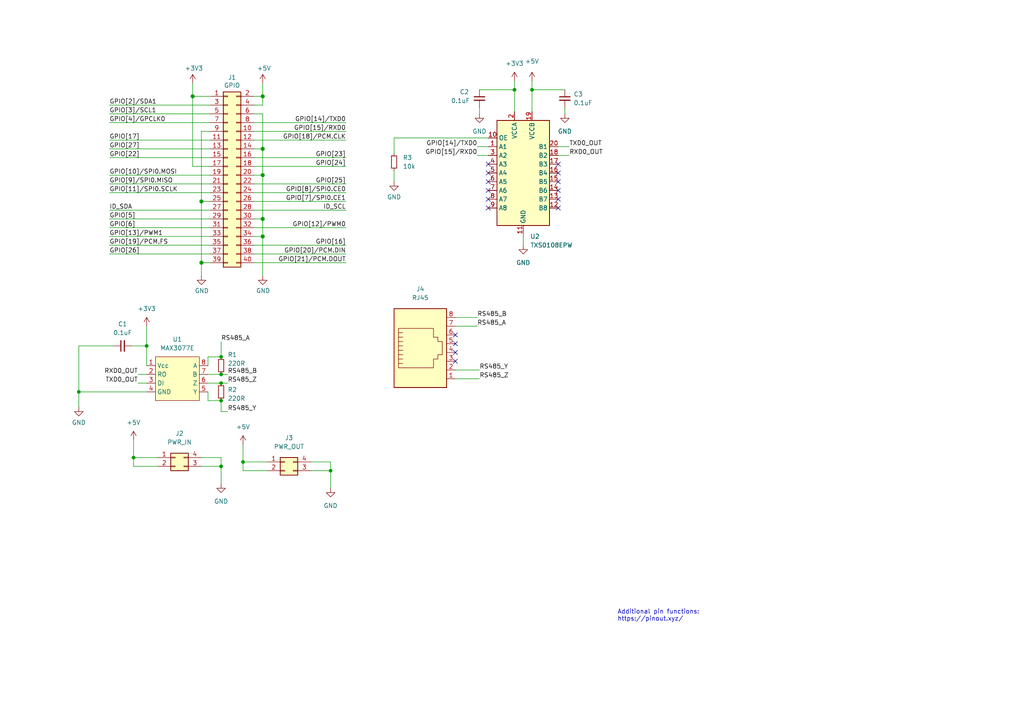
<source format=kicad_sch>
(kicad_sch (version 20211123) (generator eeschema)
  (paper "A4")
  (title_block (date "15 nov 2012"))
  (lib_symbols
    (symbol "Connector:RJ45" (pin_names (offset 1.016))
      (property "Reference" "J" (at -5.08 13.97 0))
      (property "Value" "RJ45" (at 2.54 13.97 0))
      (symbol "RJ45_0_1"
        (polyline (pts (xy -5.08 4.445) (xy -6.35 4.445)))
        (polyline (pts (xy -5.08 5.715) (xy -6.35 5.715)))
        (polyline (pts (xy -6.35 -3.175) (xy -5.08 -3.175) (xy -5.08 -3.175)))
        (polyline (pts (xy -6.35 -1.905) (xy -5.08 -1.905) (xy -5.08 -1.905)))
        (polyline (pts (xy -6.35 -0.635) (xy -5.08 -0.635) (xy -5.08 -0.635)))
        (polyline (pts (xy -6.35 0.635) (xy -5.08 0.635) (xy -5.08 0.635)))
        (polyline (pts (xy -6.35 1.905) (xy -5.08 1.905) (xy -5.08 1.905)))
        (polyline (pts (xy -5.08 3.175) (xy -6.35 3.175) (xy -6.35 3.175)))
        (polyline (pts (xy -6.35 -4.445) (xy -6.35 6.985) (xy 3.81 6.985) (xy 3.81 4.445) (xy 5.08 4.445) (xy 5.08 3.175) (xy 6.35 3.175) (xy 6.35 -0.635) (xy 5.08 -0.635) (xy 5.08 -1.905) (xy 3.81 -1.905) (xy 3.81 -4.445) (xy -6.35 -4.445) (xy -6.35 -4.445)))
        (rectangle (start 7.62 12.7) (end -7.62 -10.16) (stroke (width 0.254)) (fill (type background)))
      )
      (symbol "RJ45_1_1"
        (pin passive line (at 10.16 -7.62 180) (length 2.54) (name "~") (number "1"))
        (pin passive line (at 10.16 -5.08 180) (length 2.54) (name "~") (number "2"))
        (pin passive line (at 10.16 -2.54 180) (length 2.54) (name "~") (number "3"))
        (pin passive line (at 10.16 0 180) (length 2.54) (name "~") (number "4"))
        (pin passive line (at 10.16 2.54 180) (length 2.54) (name "~") (number "5"))
        (pin passive line (at 10.16 5.08 180) (length 2.54) (name "~") (number "6"))
        (pin passive line (at 10.16 7.62 180) (length 2.54) (name "~") (number "7"))
        (pin passive line (at 10.16 10.16 180) (length 2.54) (name "~") (number "8"))
      )
    )
    (symbol "Connector_Generic:Conn_02x02_Counter_Clockwise" (pin_names (offset 1.016) hide)
      (property "Reference" "J" (at 1.27 2.54 0))
      (property "Value" "Conn_02x02_Counter_Clockwise" (at 1.27 -5.08 0))
      (symbol "Conn_02x02_Counter_Clockwise_1_1"
        (rectangle (start -1.27 -2.413) (end 0 -2.667) (stroke (width 0.1524)))
        (rectangle (start -1.27 0.127) (end 0 -0.127) (stroke (width 0.1524)))
        (rectangle (start -1.27 1.27) (end 3.81 -3.81) (stroke (width 0.254)) (fill (type background)))
        (rectangle (start 3.81 -2.413) (end 2.54 -2.667) (stroke (width 0.1524)))
        (rectangle (start 3.81 0.127) (end 2.54 -0.127) (stroke (width 0.1524)))
        (pin passive line (at -5.08 0 0) (length 3.81) (name "Pin_1") (number "1"))
        (pin passive line (at -5.08 -2.54 0) (length 3.81) (name "Pin_2") (number "2"))
        (pin passive line (at 7.62 -2.54 180) (length 3.81) (name "Pin_3") (number "3"))
        (pin passive line (at 7.62 0 180) (length 3.81) (name "Pin_4") (number "4"))
      )
    )
    (symbol "Connector_Generic:Conn_02x20_Odd_Even" (pin_names (offset 1.016) hide)
      (property "Reference" "J" (at 1.27 25.4 0))
      (property "Value" "Conn_02x20_Odd_Even" (at 1.27 -27.94 0))
      (symbol "Conn_02x20_Odd_Even_1_1"
        (rectangle (start -1.27 -25.273) (end 0 -25.527) (stroke (width 0.1524)))
        (rectangle (start -1.27 -22.733) (end 0 -22.987) (stroke (width 0.1524)))
        (rectangle (start -1.27 -20.193) (end 0 -20.447) (stroke (width 0.1524)))
        (rectangle (start -1.27 -17.653) (end 0 -17.907) (stroke (width 0.1524)))
        (rectangle (start -1.27 -15.113) (end 0 -15.367) (stroke (width 0.1524)))
        (rectangle (start -1.27 -12.573) (end 0 -12.827) (stroke (width 0.1524)))
        (rectangle (start -1.27 -10.033) (end 0 -10.287) (stroke (width 0.1524)))
        (rectangle (start -1.27 -7.493) (end 0 -7.747) (stroke (width 0.1524)))
        (rectangle (start -1.27 -4.953) (end 0 -5.207) (stroke (width 0.1524)))
        (rectangle (start -1.27 -2.413) (end 0 -2.667) (stroke (width 0.1524)))
        (rectangle (start -1.27 0.127) (end 0 -0.127) (stroke (width 0.1524)))
        (rectangle (start -1.27 2.667) (end 0 2.413) (stroke (width 0.1524)))
        (rectangle (start -1.27 5.207) (end 0 4.953) (stroke (width 0.1524)))
        (rectangle (start -1.27 7.747) (end 0 7.493) (stroke (width 0.1524)))
        (rectangle (start -1.27 10.287) (end 0 10.033) (stroke (width 0.1524)))
        (rectangle (start -1.27 12.827) (end 0 12.573) (stroke (width 0.1524)))
        (rectangle (start -1.27 15.367) (end 0 15.113) (stroke (width 0.1524)))
        (rectangle (start -1.27 17.907) (end 0 17.653) (stroke (width 0.1524)))
        (rectangle (start -1.27 20.447) (end 0 20.193) (stroke (width 0.1524)))
        (rectangle (start -1.27 22.987) (end 0 22.733) (stroke (width 0.1524)))
        (rectangle (start -1.27 24.13) (end 3.81 -26.67) (stroke (width 0.254)) (fill (type background)))
        (rectangle (start 3.81 -25.273) (end 2.54 -25.527) (stroke (width 0.1524)))
        (rectangle (start 3.81 -22.733) (end 2.54 -22.987) (stroke (width 0.1524)))
        (rectangle (start 3.81 -20.193) (end 2.54 -20.447) (stroke (width 0.1524)))
        (rectangle (start 3.81 -17.653) (end 2.54 -17.907) (stroke (width 0.1524)))
        (rectangle (start 3.81 -15.113) (end 2.54 -15.367) (stroke (width 0.1524)))
        (rectangle (start 3.81 -12.573) (end 2.54 -12.827) (stroke (width 0.1524)))
        (rectangle (start 3.81 -10.033) (end 2.54 -10.287) (stroke (width 0.1524)))
        (rectangle (start 3.81 -7.493) (end 2.54 -7.747) (stroke (width 0.1524)))
        (rectangle (start 3.81 -4.953) (end 2.54 -5.207) (stroke (width 0.1524)))
        (rectangle (start 3.81 -2.413) (end 2.54 -2.667) (stroke (width 0.1524)))
        (rectangle (start 3.81 0.127) (end 2.54 -0.127) (stroke (width 0.1524)))
        (rectangle (start 3.81 2.667) (end 2.54 2.413) (stroke (width 0.1524)))
        (rectangle (start 3.81 5.207) (end 2.54 4.953) (stroke (width 0.1524)))
        (rectangle (start 3.81 7.747) (end 2.54 7.493) (stroke (width 0.1524)))
        (rectangle (start 3.81 10.287) (end 2.54 10.033) (stroke (width 0.1524)))
        (rectangle (start 3.81 12.827) (end 2.54 12.573) (stroke (width 0.1524)))
        (rectangle (start 3.81 15.367) (end 2.54 15.113) (stroke (width 0.1524)))
        (rectangle (start 3.81 17.907) (end 2.54 17.653) (stroke (width 0.1524)))
        (rectangle (start 3.81 20.447) (end 2.54 20.193) (stroke (width 0.1524)))
        (rectangle (start 3.81 22.987) (end 2.54 22.733) (stroke (width 0.1524)))
        (pin passive line (at -5.08 22.86 0) (length 3.81) (name "Pin_1") (number "1"))
        (pin passive line (at 7.62 12.7 180) (length 3.81) (name "Pin_10") (number "10"))
        (pin passive line (at -5.08 10.16 0) (length 3.81) (name "Pin_11") (number "11"))
        (pin passive line (at 7.62 10.16 180) (length 3.81) (name "Pin_12") (number "12"))
        (pin passive line (at -5.08 7.62 0) (length 3.81) (name "Pin_13") (number "13"))
        (pin passive line (at 7.62 7.62 180) (length 3.81) (name "Pin_14") (number "14"))
        (pin passive line (at -5.08 5.08 0) (length 3.81) (name "Pin_15") (number "15"))
        (pin passive line (at 7.62 5.08 180) (length 3.81) (name "Pin_16") (number "16"))
        (pin passive line (at -5.08 2.54 0) (length 3.81) (name "Pin_17") (number "17"))
        (pin passive line (at 7.62 2.54 180) (length 3.81) (name "Pin_18") (number "18"))
        (pin passive line (at -5.08 0 0) (length 3.81) (name "Pin_19") (number "19"))
        (pin passive line (at 7.62 22.86 180) (length 3.81) (name "Pin_2") (number "2"))
        (pin passive line (at 7.62 0 180) (length 3.81) (name "Pin_20") (number "20"))
        (pin passive line (at -5.08 -2.54 0) (length 3.81) (name "Pin_21") (number "21"))
        (pin passive line (at 7.62 -2.54 180) (length 3.81) (name "Pin_22") (number "22"))
        (pin passive line (at -5.08 -5.08 0) (length 3.81) (name "Pin_23") (number "23"))
        (pin passive line (at 7.62 -5.08 180) (length 3.81) (name "Pin_24") (number "24"))
        (pin passive line (at -5.08 -7.62 0) (length 3.81) (name "Pin_25") (number "25"))
        (pin passive line (at 7.62 -7.62 180) (length 3.81) (name "Pin_26") (number "26"))
        (pin passive line (at -5.08 -10.16 0) (length 3.81) (name "Pin_27") (number "27"))
        (pin passive line (at 7.62 -10.16 180) (length 3.81) (name "Pin_28") (number "28"))
        (pin passive line (at -5.08 -12.7 0) (length 3.81) (name "Pin_29") (number "29"))
        (pin passive line (at -5.08 20.32 0) (length 3.81) (name "Pin_3") (number "3"))
        (pin passive line (at 7.62 -12.7 180) (length 3.81) (name "Pin_30") (number "30"))
        (pin passive line (at -5.08 -15.24 0) (length 3.81) (name "Pin_31") (number "31"))
        (pin passive line (at 7.62 -15.24 180) (length 3.81) (name "Pin_32") (number "32"))
        (pin passive line (at -5.08 -17.78 0) (length 3.81) (name "Pin_33") (number "33"))
        (pin passive line (at 7.62 -17.78 180) (length 3.81) (name "Pin_34") (number "34"))
        (pin passive line (at -5.08 -20.32 0) (length 3.81) (name "Pin_35") (number "35"))
        (pin passive line (at 7.62 -20.32 180) (length 3.81) (name "Pin_36") (number "36"))
        (pin passive line (at -5.08 -22.86 0) (length 3.81) (name "Pin_37") (number "37"))
        (pin passive line (at 7.62 -22.86 180) (length 3.81) (name "Pin_38") (number "38"))
        (pin passive line (at -5.08 -25.4 0) (length 3.81) (name "Pin_39") (number "39"))
        (pin passive line (at 7.62 20.32 180) (length 3.81) (name "Pin_4") (number "4"))
        (pin passive line (at 7.62 -25.4 180) (length 3.81) (name "Pin_40") (number "40"))
        (pin passive line (at -5.08 17.78 0) (length 3.81) (name "Pin_5") (number "5"))
        (pin passive line (at 7.62 17.78 180) (length 3.81) (name "Pin_6") (number "6"))
        (pin passive line (at -5.08 15.24 0) (length 3.81) (name "Pin_7") (number "7"))
        (pin passive line (at 7.62 15.24 180) (length 3.81) (name "Pin_8") (number "8"))
        (pin passive line (at -5.08 12.7 0) (length 3.81) (name "Pin_9") (number "9"))
      )
    )
    (symbol "Device:C_Small" (pin_numbers hide) (pin_names (offset 0.254) hide)
      (property "Reference" "C" (at 0.254 1.778 0))
      (property "Value" "C_Small" (at 0.254 -2.032 0))
      (symbol "C_Small_0_1"
        (polyline (pts (xy -1.524 -0.508) (xy 1.524 -0.508)) (stroke (width 0.3302)))
        (polyline (pts (xy -1.524 0.508) (xy 1.524 0.508)) (stroke (width 0.3048)))
      )
      (symbol "C_Small_1_1"
        (pin passive line (at 0 2.54 270) (length 2.032) (name "~") (number "1"))
        (pin passive line (at 0 -2.54 90) (length 2.032) (name "~") (number "2"))
      )
    )
    (symbol "Device:R_Small" (pin_numbers hide) (pin_names (offset 0.254) hide)
      (property "Reference" "R" (at 0.762 0.508 0))
      (property "Value" "R_Small" (at 0.762 -1.016 0))
      (symbol "R_Small_0_1"
        (rectangle (start -0.762 1.778) (end 0.762 -1.778) (stroke (width 0.2032)))
      )
      (symbol "R_Small_1_1"
        (pin passive line (at 0 2.54 270) (length 0.762) (name "~") (number "1"))
        (pin passive line (at 0 -2.54 90) (length 0.762) (name "~") (number "2"))
      )
    )
    (symbol "Logic_LevelTranslator:TXS0108EPW"
      (property "Reference" "U" (at -6.35 16.51 0))
      (property "Value" "TXS0108EPW" (at 3.81 16.51 0))
      (symbol "TXS0108EPW_0_1"
        (rectangle (start -7.62 15.24) (end 7.62 -15.24) (stroke (width 0.254)) (fill (type background)))
      )
      (symbol "TXS0108EPW_1_1"
        (pin bidirectional line (at -10.16 7.62 0) (length 2.54) (name "A1") (number "1"))
        (pin input line (at -10.16 10.16 0) (length 2.54) (name "OE") (number "10"))
        (pin power_in line (at 0 -17.78 90) (length 2.54) (name "GND") (number "11"))
        (pin bidirectional line (at 10.16 -10.16 180) (length 2.54) (name "B8") (number "12"))
        (pin bidirectional line (at 10.16 -7.62 180) (length 2.54) (name "B7") (number "13"))
        (pin bidirectional line (at 10.16 -5.08 180) (length 2.54) (name "B6") (number "14"))
        (pin bidirectional line (at 10.16 -2.54 180) (length 2.54) (name "B5") (number "15"))
        (pin bidirectional line (at 10.16 0 180) (length 2.54) (name "B4") (number "16"))
        (pin bidirectional line (at 10.16 2.54 180) (length 2.54) (name "B3") (number "17"))
        (pin bidirectional line (at 10.16 5.08 180) (length 2.54) (name "B2") (number "18"))
        (pin power_in line (at 2.54 17.78 270) (length 2.54) (name "VCCB") (number "19"))
        (pin power_in line (at -2.54 17.78 270) (length 2.54) (name "VCCA") (number "2"))
        (pin bidirectional line (at 10.16 7.62 180) (length 2.54) (name "B1") (number "20"))
        (pin bidirectional line (at -10.16 5.08 0) (length 2.54) (name "A2") (number "3"))
        (pin bidirectional line (at -10.16 2.54 0) (length 2.54) (name "A3") (number "4"))
        (pin bidirectional line (at -10.16 0 0) (length 2.54) (name "A4") (number "5"))
        (pin bidirectional line (at -10.16 -2.54 0) (length 2.54) (name "A5") (number "6"))
        (pin bidirectional line (at -10.16 -5.08 0) (length 2.54) (name "A6") (number "7"))
        (pin bidirectional line (at -10.16 -7.62 0) (length 2.54) (name "A7") (number "8"))
        (pin bidirectional line (at -10.16 -10.16 0) (length 2.54) (name "A8") (number "9"))
      )
    )
    (symbol "plib:MAX3077E"
      (property "Reference" "U" (at 0 -7.62 0))
      (property "Value" "MAX3077E" (at 0 7.62 0))
      (symbol "MAX3077E_0_0"
        (pin output line (at -8.89 1.27 0) (length 2.54) (name "RO") (number "2"))
        (pin input line (at -8.89 -1.27 0) (length 2.54) (name "DI") (number "3"))
        (pin input line (at -8.89 -3.81 0) (length 2.54) (name "GND") (number "4"))
        (pin input line (at 8.89 -3.81 180) (length 2.54) (name "Y") (number "5"))
        (pin input line (at 8.89 -1.27 180) (length 2.54) (name "Z") (number "6"))
        (pin input line (at 8.89 1.27 180) (length 2.54) (name "B") (number "7"))
        (pin input line (at 8.89 3.81 180) (length 2.54) (name "A") (number "8"))
      )
      (symbol "MAX3077E_0_1"
        (rectangle (start -6.35 6.35) (end 6.35 -6.35) (fill (type background)))
      )
      (symbol "MAX3077E_1_1"
        (pin input line (at -8.89 3.81 0) (length 2.54) (name "Vcc") (number "1"))
      )
    )
    (symbol "power:+3.3V" (power) (pin_names (offset 0))
      (property "Value" "+3.3V" (at 0 3.556 0))
      (symbol "+3.3V_0_1"
        (polyline (pts (xy -0.762 1.27) (xy 0 2.54)))
        (polyline (pts (xy 0 0) (xy 0 2.54)))
        (polyline (pts (xy 0 2.54) (xy 0.762 1.27)))
      )
      (symbol "+3.3V_1_1"
        (pin power_in line (at 0 0 90) (length 0) hide (name "+3V3") (number "1"))
      )
    )
    (symbol "power:+3V3" (power) (pin_names (offset 0))
      (property "Value" "+3V3" (at 0 3.556 0))
      (symbol "+3V3_0_1"
        (polyline (pts (xy -0.762 1.27) (xy 0 2.54)))
        (polyline (pts (xy 0 0) (xy 0 2.54)))
        (polyline (pts (xy 0 2.54) (xy 0.762 1.27)))
      )
      (symbol "+3V3_1_1"
        (pin power_in line (at 0 0 90) (length 0) hide (name "+3V3") (number "1"))
      )
    )
    (symbol "power:+5V" (power) (pin_names (offset 0))
      (property "Value" "+5V" (at 0 3.556 0))
      (symbol "+5V_0_1"
        (polyline (pts (xy -0.762 1.27) (xy 0 2.54)))
        (polyline (pts (xy 0 0) (xy 0 2.54)))
        (polyline (pts (xy 0 2.54) (xy 0.762 1.27)))
      )
      (symbol "+5V_1_1"
        (pin power_in line (at 0 0 90) (length 0) hide (name "+5V") (number "1"))
      )
    )
    (symbol "power:GND" (power) (pin_names (offset 0))
      (property "Value" "GND" (at 0 -3.81 0))
      (symbol "GND_0_1"
        (polyline (pts (xy 0 0) (xy 0 -1.27) (xy 1.27 -1.27) (xy 0 -2.54) (xy -1.27 -1.27) (xy 0 -1.27)))
      )
      (symbol "GND_1_1"
        (pin power_in line (at 0 0 270) (length 0) hide (name "GND") (number "1"))
      )
    )
  )
  (junction (at 76.2 27.94) (diameter 1.016))
  (junction (at 76.2 43.18) (diameter 1.016))
  (junction (at 154.305 26.035))
  (junction (at 64.135 116.205))
  (junction (at 64.135 108.585))
  (junction (at 64.135 103.505))
  (junction (at 95.885 136.525))
  (junction (at 42.545 100.33))
  (junction (at 58.42 76.2) (diameter 1.016))
  (junction (at 58.42 58.42) (diameter 1.016))
  (junction (at 76.2 68.58) (diameter 1.016))
  (junction (at 64.135 135.255))
  (junction (at 149.225 26.035))
  (junction (at 22.86 113.665))
  (junction (at 70.485 133.985))
  (junction (at 76.2 63.5) (diameter 1.016))
  (junction (at 64.135 111.125))
  (junction (at 38.735 132.715))
  (junction (at 76.2 50.8) (diameter 1.016))
  (junction (at 55.88 27.94) (diameter 1.016))
  (no_connect (at 141.605 47.625))
  (no_connect (at 141.605 50.165))
  (no_connect (at 141.605 52.705))
  (no_connect (at 141.605 55.245))
  (no_connect (at 141.605 57.785))
  (no_connect (at 141.605 60.325))
  (no_connect (at 161.925 47.625))
  (no_connect (at 161.925 50.165))
  (no_connect (at 161.925 52.705))
  (no_connect (at 161.925 55.245))
  (no_connect (at 161.925 57.785))
  (no_connect (at 161.925 60.325))
  (no_connect (at 132.08 97.155))
  (no_connect (at 132.08 104.775))
  (no_connect (at 132.08 99.695))
  (no_connect (at 132.08 102.235))
  (wire (pts (xy 64.135 135.255) (xy 64.135 140.335)))
  (wire (pts (xy 58.42 58.42) (xy 58.42 76.2)))
  (wire (pts (xy 73.66 58.42) (xy 100.33 58.42)))
  (wire (pts (xy 60.96 40.64) (xy 31.75 40.64)))
  (wire (pts (xy 77.47 133.985) (xy 70.485 133.985)))
  (wire (pts (xy 76.2 33.02) (xy 76.2 43.18)))
  (wire (pts (xy 76.2 50.8) (xy 73.66 50.8)))
  (wire (pts (xy 33.02 100.33) (xy 22.86 100.33)))
  (wire (pts (xy 76.2 63.5) (xy 76.2 68.58)))
  (wire (pts (xy 70.485 133.985) (xy 70.485 128.905)))
  (wire (pts (xy 154.305 26.035) (xy 163.83 26.035)))
  (wire (pts (xy 45.72 135.255) (xy 38.735 135.255)))
  (wire (pts (xy 22.86 100.33) (xy 22.86 113.665)))
  (wire (pts (xy 76.2 50.8) (xy 76.2 63.5)))
  (wire (pts (xy 73.66 35.56) (xy 100.33 35.56)))
  (wire (pts (xy 58.42 38.1) (xy 58.42 58.42)))
  (wire (pts (xy 90.17 133.985) (xy 95.885 133.985)))
  (wire (pts (xy 60.325 103.505) (xy 64.135 103.505)))
  (wire (pts (xy 132.08 92.075) (xy 138.43 92.075)))
  (wire (pts (xy 58.42 38.1) (xy 60.96 38.1)))
  (wire (pts (xy 60.325 113.665) (xy 60.325 116.205)))
  (wire (pts (xy 73.66 55.88) (xy 100.33 55.88)))
  (wire (pts (xy 60.96 60.96) (xy 31.75 60.96)))
  (wire (pts (xy 22.86 113.665) (xy 42.545 113.665)))
  (wire (pts (xy 139.065 26.035) (xy 149.225 26.035)))
  (wire (pts (xy 31.75 63.5) (xy 60.96 63.5)))
  (wire (pts (xy 58.42 58.42) (xy 60.96 58.42)))
  (wire (pts (xy 90.17 136.525) (xy 95.885 136.525)))
  (wire (pts (xy 73.66 45.72) (xy 100.33 45.72)))
  (wire (pts (xy 139.065 31.115) (xy 139.065 33.02)))
  (wire (pts (xy 154.305 23.495) (xy 154.305 26.035)))
  (wire (pts (xy 73.66 76.2) (xy 100.33 76.2)))
  (wire (pts (xy 58.42 76.2) (xy 58.42 80.01)))
  (wire (pts (xy 31.75 43.18) (xy 60.96 43.18)))
  (wire (pts (xy 77.47 136.525) (xy 70.485 136.525)))
  (wire (pts (xy 55.88 24.13) (xy 55.88 27.94)))
  (wire (pts (xy 76.2 68.58) (xy 73.66 68.58)))
  (wire (pts (xy 138.43 42.545) (xy 141.605 42.545)))
  (wire (pts (xy 64.135 132.715) (xy 64.135 135.255)))
  (wire (pts (xy 40.005 108.585) (xy 42.545 108.585)))
  (wire (pts (xy 40.005 111.125) (xy 42.545 111.125)))
  (wire (pts (xy 31.75 33.02) (xy 60.96 33.02)))
  (wire (pts (xy 45.72 132.715) (xy 38.735 132.715)))
  (wire (pts (xy 31.75 55.88) (xy 60.96 55.88)))
  (wire (pts (xy 161.925 42.545) (xy 165.1 42.545)))
  (wire (pts (xy 55.88 48.26) (xy 60.96 48.26)))
  (wire (pts (xy 38.735 135.255) (xy 38.735 132.715)))
  (wire (pts (xy 38.735 132.715) (xy 38.735 127.635)))
  (wire (pts (xy 114.3 40.005) (xy 141.605 40.005)))
  (wire (pts (xy 60.96 30.48) (xy 31.75 30.48)))
  (wire (pts (xy 76.2 27.94) (xy 76.2 30.48)))
  (wire (pts (xy 76.2 43.18) (xy 76.2 50.8)))
  (wire (pts (xy 161.925 45.085) (xy 165.1 45.085)))
  (wire (pts (xy 73.66 40.64) (xy 100.33 40.64)))
  (wire (pts (xy 64.135 116.205) (xy 64.135 119.38)))
  (wire (pts (xy 76.2 43.18) (xy 73.66 43.18)))
  (wire (pts (xy 64.135 119.38) (xy 66.04 119.38)))
  (wire (pts (xy 132.08 107.315) (xy 139.065 107.315)))
  (wire (pts (xy 76.2 24.13) (xy 76.2 27.94)))
  (wire (pts (xy 114.3 40.005) (xy 114.3 44.45)))
  (wire (pts (xy 163.83 31.115) (xy 163.83 33.02)))
  (wire (pts (xy 31.75 35.56) (xy 60.96 35.56)))
  (wire (pts (xy 76.2 27.94) (xy 73.66 27.94)))
  (wire (pts (xy 55.88 27.94) (xy 55.88 48.26)))
  (wire (pts (xy 73.66 48.26) (xy 100.33 48.26)))
  (wire (pts (xy 73.66 38.1) (xy 100.33 38.1)))
  (wire (pts (xy 70.485 136.525) (xy 70.485 133.985)))
  (wire (pts (xy 60.325 108.585) (xy 64.135 108.585)))
  (wire (pts (xy 114.3 49.53) (xy 114.3 52.705)))
  (wire (pts (xy 31.75 45.72) (xy 60.96 45.72)))
  (wire (pts (xy 31.75 53.34) (xy 60.96 53.34)))
  (wire (pts (xy 60.325 116.205) (xy 64.135 116.205)))
  (wire (pts (xy 149.225 26.035) (xy 149.225 32.385)))
  (wire (pts (xy 58.42 135.255) (xy 64.135 135.255)))
  (wire (pts (xy 138.43 45.085) (xy 141.605 45.085)))
  (wire (pts (xy 31.75 66.04) (xy 60.96 66.04)))
  (wire (pts (xy 95.885 136.525) (xy 95.885 141.605)))
  (wire (pts (xy 76.2 30.48) (xy 73.66 30.48)))
  (wire (pts (xy 31.75 71.12) (xy 60.96 71.12)))
  (wire (pts (xy 58.42 132.715) (xy 64.135 132.715)))
  (wire (pts (xy 73.66 71.12) (xy 100.33 71.12)))
  (wire (pts (xy 73.66 66.04) (xy 100.33 66.04)))
  (wire (pts (xy 58.42 76.2) (xy 60.96 76.2)))
  (wire (pts (xy 22.86 113.665) (xy 22.86 118.11)))
  (wire (pts (xy 64.135 111.125) (xy 66.04 111.125)))
  (wire (pts (xy 73.66 73.66) (xy 100.33 73.66)))
  (wire (pts (xy 132.08 109.855) (xy 139.065 109.855)))
  (wire (pts (xy 76.2 33.02) (xy 73.66 33.02)))
  (wire (pts (xy 42.545 106.045) (xy 42.545 100.33)))
  (wire (pts (xy 31.75 73.66) (xy 60.96 73.66)))
  (wire (pts (xy 132.08 94.615) (xy 138.43 94.615)))
  (wire (pts (xy 64.135 99.06) (xy 64.135 103.505)))
  (wire (pts (xy 60.325 106.045) (xy 60.325 103.505)))
  (wire (pts (xy 149.225 23.495) (xy 149.225 26.035)))
  (wire (pts (xy 60.325 111.125) (xy 64.135 111.125)))
  (wire (pts (xy 76.2 68.58) (xy 76.2 80.01)))
  (wire (pts (xy 73.66 53.34) (xy 100.33 53.34)))
  (wire (pts (xy 60.96 68.58) (xy 31.75 68.58)))
  (wire (pts (xy 151.765 67.945) (xy 151.765 71.12)))
  (wire (pts (xy 76.2 63.5) (xy 73.66 63.5)))
  (wire (pts (xy 154.305 26.035) (xy 154.305 32.385)))
  (wire (pts (xy 55.88 27.94) (xy 60.96 27.94)))
  (wire (pts (xy 42.545 100.33) (xy 38.1 100.33)))
  (wire (pts (xy 42.545 94.615) (xy 42.545 100.33)))
  (wire (pts (xy 64.135 108.585) (xy 66.04 108.585)))
  (wire (pts (xy 60.96 50.8) (xy 31.75 50.8)))
  (wire (pts (xy 73.66 60.96) (xy 100.33 60.96)))
  (wire (pts (xy 95.885 133.985) (xy 95.885 136.525)))
  (text "Additional pin functions:\nhttps://pinout.xyz/" (at 179.07 180.34 0) (effects (font (size 1.27 1.27)) (justify left bottom)))
  (label "ID_SDA" (at 31.75 60.96 0))
  (label "GPIO[6]" (at 31.75 66.04 0))
  (label "RS485_A" (at 138.43 94.615 0))
  (label "TXD0_OUT" (at 165.1 42.545 0))
  (label "RS485_A" (at 64.135 99.06 0))
  (label "ID_SCL" (at 100.33 60.96 180))
  (label "GPIO[5]" (at 31.75 63.5 0))
  (label "TXD0_OUT" (at 40.005 111.125 180))
  (label "GPIO[21]{slash}PCM.DOUT" (at 100.33 76.2 180))
  (label "GPIO[19]{slash}PCM.FS" (at 31.75 71.12 0))
  (label "GPIO[10]{slash}SPI0.MOSI" (at 31.75 50.8 0))
  (label "RS485_B" (at 66.04 108.585 0))
  (label "GPIO[9]{slash}SPI0.MISO" (at 31.75 53.34 0))
  (label "RS485_Y" (at 139.065 107.315 0))
  (label "GPIO[23]" (at 100.33 45.72 180))
  (label "GPIO[4]{slash}GPCLK0" (at 31.75 35.56 0))
  (label "GPIO[27]" (at 31.75 43.18 0))
  (label "GPIO[26]" (at 31.75 73.66 0))
  (label "GPIO[14]{slash}TXD0" (at 100.33 35.56 180))
  (label "GPIO[8]{slash}SPI0.CE0" (at 100.33 55.88 180))
  (label "GPIO[15]{slash}RXD0" (at 100.33 38.1 180))
  (label "GPIO[16]" (at 100.33 71.12 180))
  (label "RXD0_OUT" (at 40.005 108.585 180))
  (label "GPIO[22]" (at 31.75 45.72 0))
  (label "RS485_B" (at 138.43 92.075 0))
  (label "GPIO[2]{slash}SDA1" (at 31.75 30.48 0))
  (label "GPIO[17]" (at 31.75 40.64 0))
  (label "RS485_Z" (at 139.065 109.855 0))
  (label "GPIO[25]" (at 100.33 53.34 180))
  (label "GPIO[3]{slash}SCL1" (at 31.75 33.02 0))
  (label "GPIO[18]{slash}PCM.CLK" (at 100.33 40.64 180))
  (label "GPIO[12]{slash}PWM0" (at 100.33 66.04 180))
  (label "GPIO[13]{slash}PWM1" (at 31.75 68.58 0))
  (label "GPIO[20]{slash}PCM.DIN" (at 100.33 73.66 180))
  (label "GPIO[24]" (at 100.33 48.26 180))
  (label "GPIO[7]{slash}SPI0.CE1" (at 100.33 58.42 180))
  (label "GPIO[15]{slash}RXD0" (at 138.43 45.085 180))
  (label "RS485_Y" (at 66.04 119.38 0))
  (label "RXD0_OUT" (at 165.1 45.085 0))
  (label "RS485_Z" (at 66.04 111.125 0))
  (label "GPIO[11]{slash}SPI0.SCLK" (at 31.75 55.88 0))
  (label "GPIO[14]{slash}TXD0" (at 138.43 42.545 180))
  (symbol (lib_id "power:+5V") (at 76.2 24.13 0) (unit 1)
    (property "Reference" "#PWR01" (effects hide))
    (property "Value" "+5V" (at 76.5683 19.8056 0))
  )
  (symbol (lib_id "power:+3.3V") (at 55.88 24.13 0) (unit 1)
    (property "Reference" "#PWR04" (effects hide))
    (property "Value" "+3.3V" (at 56.2483 19.8056 0))
  )
  (symbol (lib_id "power:GND") (at 76.2 80.01 0) (unit 1)
    (property "Reference" "#PWR02" (effects hide))
    (property "Value" "GND" (at 76.3143 84.3344 0))
  )
  (symbol (lib_id "power:GND") (at 58.42 80.01 0) (unit 1)
    (property "Reference" "#PWR03" (effects hide))
    (property "Value" "GND" (at 58.5343 84.3344 0))
  )
  (symbol (lib_id "Connector_Generic:Conn_02x20_Odd_Even") (at 66.04 50.8 0) (unit 1)
    (property "Reference" "J1" (at 67.31 22.4598 0))
    (property "Value" "GPIO" (at 67.31 24.765 0))
    (property "Footprint" "Connector_PinSocket_2.54mm:PinSocket_2x20_P2.54mm_Vertical" (effects hide))
  )
  (symbol (lib_id "Device:R_Small") (at 114.3 46.99 0) (unit 1)
    (property "Reference" "R3" (at 116.84 45.7199 0) (effects (justify left)))
    (property "Value" "10k" (at 116.84 48.2599 0) (effects (justify left)))
    (property "Footprint" "Resistor_SMD:R_0603_1608Metric_Pad0.98x0.95mm_HandSolder" (effects hide))
  )
  (symbol (lib_id "power:+5V") (at 70.485 128.905 0) (unit 1)
    (property "Reference" "#PWR0103" (effects hide))
    (property "Value" "+5V" (at 70.485 123.825 0))
  )
  (symbol (lib_id "power:GND") (at 22.86 118.11 0) (unit 1)
    (property "Reference" "#PWR0106" (effects hide))
    (property "Value" "GND" (at 22.86 122.555 0))
  )
  (symbol (lib_id "power:GND") (at 151.765 71.12 0) (unit 1)
    (property "Reference" "#PWR0112" (effects hide))
    (property "Value" "GND" (at 151.765 76.2 0))
  )
  (symbol (lib_id "power:GND") (at 114.3 52.705 0) (unit 1)
    (property "Reference" "#PWR0102" (effects hide))
    (property "Value" "GND" (at 114.3 57.15 0))
  )
  (symbol (lib_id "Device:C_Small") (at 163.83 28.575 0) (unit 1)
    (property "Reference" "C3" (at 166.37 27.3112 0) (effects (justify left)))
    (property "Value" "0.1uF" (at 166.37 29.8512 0) (effects (justify left)))
    (property "Footprint" "Capacitor_SMD:C_0603_1608Metric_Pad1.08x0.95mm_HandSolder" (effects hide))
  )
  (symbol (lib_id "power:+3V3") (at 42.545 94.615 0) (unit 1)
    (property "Reference" "#PWR0101" (effects hide))
    (property "Value" "+3V3" (at 42.545 89.535 0))
  )
  (symbol (lib_id "Device:C_Small") (at 35.56 100.33 90) (unit 1)
    (property "Reference" "C1" (at 35.5663 93.98 90))
    (property "Value" "0.1uF" (at 35.5663 96.52 90))
    (property "Footprint" "Capacitor_SMD:C_0603_1608Metric_Pad1.08x0.95mm_HandSolder" (effects hide))
  )
  (symbol (lib_id "power:GND") (at 163.83 33.02 0) (unit 1)
    (property "Reference" "#PWR0111" (effects hide))
    (property "Value" "GND" (at 163.83 38.1 0))
  )
  (symbol (lib_id "Connector_Generic:Conn_02x02_Counter_Clockwise") (at 82.55 133.985 0) (unit 1)
    (property "Reference" "J3" (at 83.82 127 0))
    (property "Value" "PWR_OUT" (at 83.82 129.54 0))
    (property "Footprint" "Connector_Molex:Molex_Micro-Fit_3.0_43045-0400_2x02_P3.00mm_Horizontal" (effects hide))
  )
  (symbol (lib_id "Connector:RJ45") (at 121.92 102.235 0) (unit 1)
    (property "Reference" "J4" (at 121.92 83.82 0))
    (property "Value" "RJ45" (at 121.92 86.36 0))
    (property "Footprint" "Connector_RJ:RJ45_Amphenol_54602-x08_Horizontal" (effects hide))
  )
  (symbol (lib_id "Device:R_Small") (at 64.135 113.665 0) (unit 1)
    (property "Reference" "R2" (at 66.04 113.03 0) (effects (justify left)))
    (property "Value" "220R" (at 66.04 115.57 0) (effects (justify left)))
    (property "Footprint" "Resistor_SMD:R_0603_1608Metric_Pad0.98x0.95mm_HandSolder" (effects hide))
  )
  (symbol (lib_id "Logic_LevelTranslator:TXS0108EPW") (at 151.765 50.165 0) (unit 1)
    (property "Reference" "U2" (at 153.7844 68.58 0) (effects (justify left)))
    (property "Value" "TXS0108EPW" (at 153.7844 71.12 0) (effects (justify left)))
    (property "Footprint" "Package_SO:TSSOP-20_4.4x6.5mm_P0.65mm" (effects hide))
    (property "Datasheet" "www.ti.com/lit/ds/symlink/txs0108e.pdf" (effects hide))
  )
  (symbol (lib_id "power:GND") (at 139.065 33.02 0) (unit 1)
    (property "Reference" "#PWR0108" (effects hide))
    (property "Value" "GND" (at 139.065 38.1 0))
  )
  (symbol (lib_id "Device:C_Small") (at 139.065 28.575 0) (unit 1)
    (property "Reference" "C2" (at 133.35 26.67 0) (effects (justify left)))
    (property "Value" "0.1uF" (at 130.81 29.21 0) (effects (justify left)))
    (property "Footprint" "Capacitor_SMD:C_0603_1608Metric_Pad1.08x0.95mm_HandSolder" (effects hide))
  )
  (symbol (lib_id "power:GND") (at 64.135 140.335 0) (unit 1)
    (property "Reference" "#PWR0104" (effects hide))
    (property "Value" "GND" (at 64.135 145.415 0))
  )
  (symbol (lib_id "Connector_Generic:Conn_02x02_Counter_Clockwise") (at 50.8 132.715 0) (unit 1)
    (property "Reference" "J2" (at 52.07 125.73 0))
    (property "Value" "PWR_IN" (at 52.07 128.27 0))
    (property "Footprint" "Connector_Molex:Molex_Micro-Fit_3.0_43045-0400_2x02_P3.00mm_Horizontal" (effects hide))
  )
  (symbol (lib_id "power:+5V") (at 154.305 23.495 0) (unit 1)
    (property "Reference" "#PWR0110" (effects hide))
    (property "Value" "+5V" (at 154.305 17.78 0))
  )
  (symbol (lib_id "plib:MAX3077E") (at 51.435 109.855 0) (unit 1)
    (property "Reference" "U1" (at 51.435 98.425 0))
    (property "Value" "MAX3077E" (at 51.435 100.965 0))
    (property "Footprint" "Package_DIP:DIP-8_W7.62mm_LongPads" (effects hide))
  )
  (symbol (lib_id "power:GND") (at 95.885 141.605 0) (unit 1)
    (property "Reference" "#PWR0105" (effects hide))
    (property "Value" "GND" (at 95.885 146.685 0))
  )
  (symbol (lib_id "power:+5V") (at 38.735 127.635 0) (unit 1)
    (property "Reference" "#PWR0107" (effects hide))
    (property "Value" "+5V" (at 38.735 122.555 0))
  )
  (symbol (lib_id "Device:R_Small") (at 64.135 106.045 0) (unit 1)
    (property "Reference" "R1" (at 66.04 102.87 0) (effects (justify left)))
    (property "Value" "220R" (at 66.04 105.41 0) (effects (justify left)))
    (property "Footprint" "Resistor_SMD:R_0603_1608Metric_Pad0.98x0.95mm_HandSolder" (effects hide))
  )
  (symbol (lib_id "power:+3V3") (at 149.225 23.495 0) (unit 1)
    (property "Reference" "#PWR0109" (effects hide))
    (property "Value" "+3V3" (at 149.225 18.415 0))
  )
)
</source>
